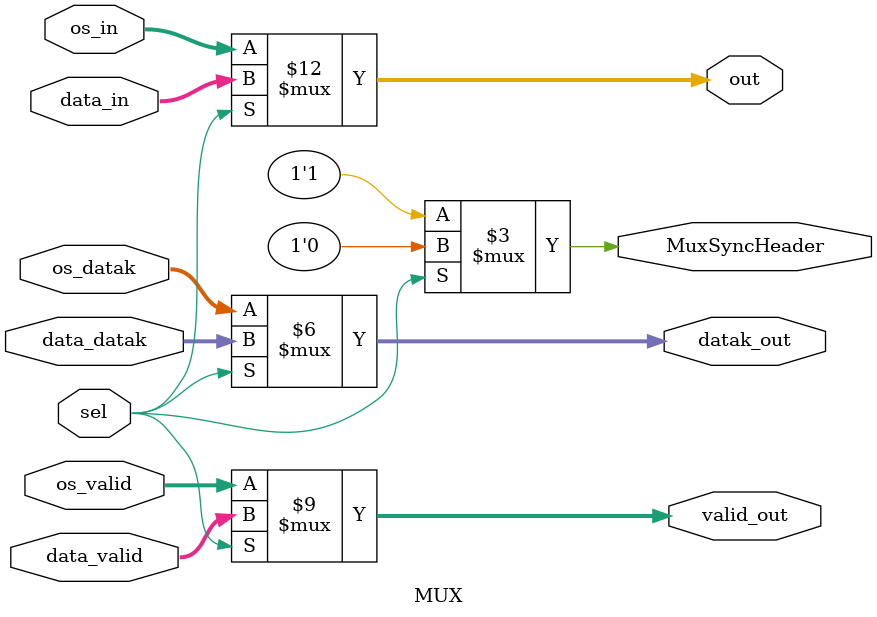
<source format=v>
module MUX (sel,data_valid, os_valid, data_in, os_in, data_datak, os_datak, out, datak_out, valid_out,MuxSyncHeader);
input sel;//selector signal coming from Tx LTSSM in order to tell MUX to forward either order sets coming from os generator or TLPs or DLLPs coming from LPIF Tx control and dataflow
input [63:0]data_valid;// valid data coming from LPIF Tx control and dataflow
input [63:0]os_valid;// valid data comimg from os generator
input [63:0]data_datak; // K or D characters coming coming from LPIF Tx control and dataflow
input [63:0]os_datak;// K or D characters coming coming from OS GENERATOR
input [511:0] data_in;// TLPS or DLLPS coming from LPIF Tx control and dataflow
input [511:0] os_in;// order sets coming from os generator
output reg MuxSyncHeader;
output reg [63:0]valid_out; 
output reg [63:0]datak_out;
output reg [511:0] out;
always@(*)begin
 if(sel)begin  // if Tx LTSSM choose to forward TLPs or DLLPs coming from LPIF Tx control and dataflow
   out=data_in;
   valid_out=data_valid;
   datak_out=data_datak;
   MuxSyncHeader=0;
   end
 else begin // if Tx LTSSM choose to forward order sets coming from os generator
  out=os_in;
  valid_out=os_valid;
  datak_out=os_datak;
  MuxSyncHeader=1;
  end
 end
 endmodule
       



</source>
